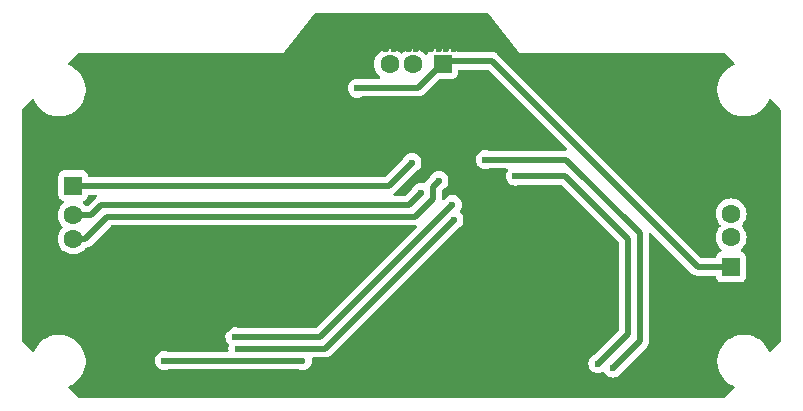
<source format=gbl>
G04 #@! TF.GenerationSoftware,KiCad,Pcbnew,8.0.5*
G04 #@! TF.CreationDate,2024-09-26T10:19:01+02:00*
G04 #@! TF.ProjectId,BL-R8812AF1 2x mount,424c2d52-3838-4313-9241-463120327820,rev?*
G04 #@! TF.SameCoordinates,Original*
G04 #@! TF.FileFunction,Copper,L2,Bot*
G04 #@! TF.FilePolarity,Positive*
%FSLAX46Y46*%
G04 Gerber Fmt 4.6, Leading zero omitted, Abs format (unit mm)*
G04 Created by KiCad (PCBNEW 8.0.5) date 2024-09-26 10:19:01*
%MOMM*%
%LPD*%
G01*
G04 APERTURE LIST*
G04 #@! TA.AperFunction,ComponentPad*
%ADD10C,4.000000*%
G04 #@! TD*
G04 #@! TA.AperFunction,ComponentPad*
%ADD11R,1.600000X1.500000*%
G04 #@! TD*
G04 #@! TA.AperFunction,ComponentPad*
%ADD12C,1.600000*%
G04 #@! TD*
G04 #@! TA.AperFunction,ComponentPad*
%ADD13C,3.000000*%
G04 #@! TD*
G04 #@! TA.AperFunction,ComponentPad*
%ADD14R,1.500000X1.600000*%
G04 #@! TD*
G04 #@! TA.AperFunction,ViaPad*
%ADD15C,0.600000*%
G04 #@! TD*
G04 #@! TA.AperFunction,Conductor*
%ADD16C,0.500000*%
G04 #@! TD*
G04 APERTURE END LIST*
D10*
X105758000Y-90899000D03*
X111158000Y-90899000D03*
X105758000Y-96299000D03*
X111158000Y-96299000D03*
X137762000Y-90899000D03*
X143162000Y-90899000D03*
X137762000Y-96299000D03*
X143162000Y-96299000D03*
D11*
X130500000Y-75227000D03*
D12*
X128000000Y-75227000D03*
X126000000Y-75227000D03*
X123500000Y-75227000D03*
D13*
X133570000Y-72517000D03*
X120430000Y-72517000D03*
X157624000Y-82330000D03*
X157624000Y-95470000D03*
D12*
X154914000Y-85400000D03*
X154914000Y-87900000D03*
X154914000Y-89900000D03*
D14*
X154914000Y-92400000D03*
D13*
X96503000Y-95597000D03*
X96503000Y-82457000D03*
D12*
X99213000Y-92527000D03*
X99213000Y-90027000D03*
X99213000Y-88027000D03*
D14*
X99213000Y-85527000D03*
D15*
X117729000Y-73914000D03*
X136271000Y-73914000D03*
X118364000Y-73914000D03*
X118999000Y-73914000D03*
X121920000Y-73914000D03*
X122555000Y-73914000D03*
X123190000Y-73914000D03*
X123825000Y-73914000D03*
X124460000Y-73914000D03*
X125095000Y-73914000D03*
X125730000Y-73914000D03*
X126365000Y-73914000D03*
X135636000Y-73914000D03*
X135001000Y-73914000D03*
X132080000Y-73914000D03*
X131445000Y-73914000D03*
X130810000Y-73914000D03*
X130175000Y-73914000D03*
X129540000Y-73914000D03*
X128905000Y-73914000D03*
X128270000Y-73914000D03*
X127635000Y-73914000D03*
X127000000Y-73914000D03*
X128651000Y-79883000D03*
X125476000Y-96393000D03*
X132080000Y-99822000D03*
X118491000Y-101854000D03*
X136652000Y-84709000D03*
X134112000Y-83312000D03*
X143637000Y-100584000D03*
X106934000Y-100330000D03*
X118618000Y-100330000D03*
X112903000Y-98298000D03*
X113157000Y-99314000D03*
X131445000Y-88392000D03*
X128651000Y-86106000D03*
X130175000Y-85090000D03*
X131318000Y-87122000D03*
X127889000Y-83566000D03*
X123253500Y-77279500D03*
X144907000Y-100965000D03*
D16*
X120142000Y-98298000D02*
X112903000Y-98298000D01*
X131318000Y-87122000D02*
X120142000Y-98298000D01*
X130500000Y-75113000D02*
X130500000Y-74956000D01*
X128397000Y-77216000D02*
X130500000Y-75113000D01*
X123253500Y-77279500D02*
X123317000Y-77216000D01*
X123317000Y-77216000D02*
X128397000Y-77216000D01*
X102108000Y-88138000D02*
X100219000Y-90027000D01*
X128143000Y-88138000D02*
X102108000Y-88138000D01*
X100219000Y-90027000D02*
X99213000Y-90027000D01*
X129667000Y-86614000D02*
X128143000Y-88138000D01*
X129667000Y-85598000D02*
X129667000Y-86614000D01*
X130175000Y-85090000D02*
X129667000Y-85598000D01*
X127635000Y-87122000D02*
X128651000Y-86106000D01*
X101600000Y-87122000D02*
X127635000Y-87122000D01*
X99213000Y-88027000D02*
X100695000Y-88027000D01*
X100695000Y-88027000D02*
X101600000Y-87122000D01*
X140970000Y-83312000D02*
X134112000Y-83312000D01*
X147193000Y-89535000D02*
X140970000Y-83312000D01*
X144907000Y-100965000D02*
X147193000Y-98679000D01*
X147193000Y-98679000D02*
X147193000Y-89535000D01*
X134646000Y-74956000D02*
X130500000Y-74956000D01*
X152090000Y-92400000D02*
X134646000Y-74956000D01*
X154914000Y-92400000D02*
X152090000Y-92400000D01*
X140843000Y-84709000D02*
X136652000Y-84709000D01*
X146177000Y-90043000D02*
X140843000Y-84709000D01*
X146177000Y-98044000D02*
X146177000Y-90043000D01*
X143637000Y-100584000D02*
X146177000Y-98044000D01*
X118618000Y-100330000D02*
X106934000Y-100330000D01*
X125928000Y-85527000D02*
X99213000Y-85527000D01*
X127889000Y-83566000D02*
X125928000Y-85527000D01*
X120523000Y-99314000D02*
X113157000Y-99314000D01*
X131445000Y-88392000D02*
X120523000Y-99314000D01*
G04 #@! TA.AperFunction,Conductor*
G36*
X134320518Y-70885185D02*
G01*
X134351304Y-70913301D01*
X136781448Y-74033204D01*
X136838368Y-74106279D01*
X136847930Y-74120479D01*
X136855521Y-74133628D01*
X136855525Y-74133633D01*
X136868860Y-74146968D01*
X136879003Y-74158449D01*
X136890598Y-74173334D01*
X136890600Y-74173337D01*
X136902720Y-74182498D01*
X136915629Y-74193737D01*
X136926368Y-74204476D01*
X136942702Y-74213906D01*
X136955474Y-74222374D01*
X136970519Y-74233746D01*
X136970522Y-74233747D01*
X136970524Y-74233749D01*
X136984600Y-74239460D01*
X136999982Y-74246977D01*
X137013127Y-74254566D01*
X137013133Y-74254569D01*
X137031355Y-74259451D01*
X137045866Y-74264318D01*
X137063361Y-74271417D01*
X137078442Y-74273291D01*
X137095232Y-74276567D01*
X137109906Y-74280500D01*
X137128774Y-74280500D01*
X137144066Y-74281446D01*
X137150392Y-74282232D01*
X137162782Y-74283773D01*
X137162782Y-74283772D01*
X137162784Y-74283773D01*
X137177823Y-74281681D01*
X137194901Y-74280500D01*
X154291030Y-74280500D01*
X154358069Y-74300185D01*
X154378711Y-74316819D01*
X155180031Y-75118139D01*
X155213516Y-75179462D01*
X155208532Y-75249154D01*
X155166660Y-75305087D01*
X155139803Y-75320381D01*
X155002499Y-75377254D01*
X155002489Y-75377258D01*
X154747006Y-75524761D01*
X154512959Y-75704352D01*
X154512952Y-75704358D01*
X154304358Y-75912952D01*
X154304352Y-75912959D01*
X154124761Y-76147006D01*
X153977258Y-76402489D01*
X153977254Y-76402499D01*
X153864364Y-76675038D01*
X153864361Y-76675048D01*
X153836980Y-76777238D01*
X153788008Y-76960004D01*
X153788006Y-76960015D01*
X153749500Y-77252486D01*
X153749500Y-77547513D01*
X153780341Y-77781762D01*
X153788007Y-77839993D01*
X153864361Y-78124951D01*
X153864364Y-78124961D01*
X153977254Y-78397500D01*
X153977258Y-78397510D01*
X154124761Y-78652993D01*
X154304352Y-78887040D01*
X154304358Y-78887047D01*
X154512952Y-79095641D01*
X154512959Y-79095647D01*
X154747006Y-79275238D01*
X155002489Y-79422741D01*
X155002490Y-79422741D01*
X155002493Y-79422743D01*
X155275048Y-79535639D01*
X155560007Y-79611993D01*
X155852494Y-79650500D01*
X155852501Y-79650500D01*
X156147499Y-79650500D01*
X156147506Y-79650500D01*
X156439993Y-79611993D01*
X156724952Y-79535639D01*
X156997507Y-79422743D01*
X157252994Y-79275238D01*
X157487042Y-79095646D01*
X157695646Y-78887042D01*
X157875238Y-78652994D01*
X158022743Y-78397507D01*
X158079619Y-78260195D01*
X158123458Y-78205793D01*
X158189752Y-78183728D01*
X158257452Y-78201007D01*
X158281860Y-78219968D01*
X159083181Y-79021289D01*
X159116666Y-79082612D01*
X159119500Y-79108970D01*
X159119500Y-98691029D01*
X159099815Y-98758068D01*
X159083181Y-98778710D01*
X158281860Y-99580030D01*
X158220537Y-99613515D01*
X158150845Y-99608531D01*
X158094912Y-99566659D01*
X158079618Y-99539801D01*
X158022748Y-99402504D01*
X158022741Y-99402489D01*
X157875238Y-99147006D01*
X157695647Y-98912959D01*
X157695641Y-98912952D01*
X157487047Y-98704358D01*
X157487040Y-98704352D01*
X157252993Y-98524761D01*
X156997510Y-98377258D01*
X156997500Y-98377254D01*
X156724961Y-98264364D01*
X156724954Y-98264362D01*
X156724952Y-98264361D01*
X156439993Y-98188007D01*
X156391113Y-98181571D01*
X156147513Y-98149500D01*
X156147506Y-98149500D01*
X155852494Y-98149500D01*
X155852486Y-98149500D01*
X155574085Y-98186153D01*
X155560007Y-98188007D01*
X155275048Y-98264361D01*
X155275038Y-98264364D01*
X155002499Y-98377254D01*
X155002489Y-98377258D01*
X154747006Y-98524761D01*
X154512959Y-98704352D01*
X154512952Y-98704358D01*
X154304358Y-98912952D01*
X154304352Y-98912959D01*
X154124761Y-99147006D01*
X153977258Y-99402489D01*
X153977254Y-99402499D01*
X153864364Y-99675038D01*
X153864361Y-99675048D01*
X153792346Y-99943816D01*
X153788008Y-99960004D01*
X153788006Y-99960015D01*
X153749500Y-100252486D01*
X153749500Y-100547513D01*
X153770741Y-100708849D01*
X153788007Y-100839993D01*
X153864361Y-101124951D01*
X153864364Y-101124961D01*
X153977254Y-101397500D01*
X153977258Y-101397510D01*
X154124761Y-101652993D01*
X154304352Y-101887040D01*
X154304358Y-101887047D01*
X154512952Y-102095641D01*
X154512959Y-102095647D01*
X154747006Y-102275238D01*
X155002489Y-102422741D01*
X155002504Y-102422748D01*
X155139801Y-102479618D01*
X155194205Y-102523459D01*
X155216270Y-102589753D01*
X155198991Y-102657452D01*
X155180030Y-102681860D01*
X154378711Y-103483181D01*
X154317388Y-103516666D01*
X154291030Y-103519500D01*
X99708970Y-103519500D01*
X99641931Y-103499815D01*
X99621289Y-103483181D01*
X98819968Y-102681860D01*
X98786483Y-102620537D01*
X98791467Y-102550845D01*
X98833339Y-102494912D01*
X98860192Y-102479620D01*
X98997507Y-102422743D01*
X99252994Y-102275238D01*
X99487042Y-102095646D01*
X99695646Y-101887042D01*
X99875238Y-101652994D01*
X100022743Y-101397507D01*
X100135639Y-101124952D01*
X100211993Y-100839993D01*
X100250500Y-100547506D01*
X100250500Y-100252494D01*
X100211993Y-99960007D01*
X100135639Y-99675048D01*
X100022743Y-99402493D01*
X99971653Y-99314003D01*
X99875238Y-99147006D01*
X99695647Y-98912959D01*
X99695641Y-98912952D01*
X99487047Y-98704358D01*
X99487040Y-98704352D01*
X99252993Y-98524761D01*
X98997510Y-98377258D01*
X98997500Y-98377254D01*
X98724961Y-98264364D01*
X98724954Y-98264362D01*
X98724952Y-98264361D01*
X98439993Y-98188007D01*
X98391113Y-98181571D01*
X98147513Y-98149500D01*
X98147506Y-98149500D01*
X97852494Y-98149500D01*
X97852486Y-98149500D01*
X97574085Y-98186153D01*
X97560007Y-98188007D01*
X97275048Y-98264361D01*
X97275038Y-98264364D01*
X97002499Y-98377254D01*
X97002489Y-98377258D01*
X96747006Y-98524761D01*
X96512959Y-98704352D01*
X96512952Y-98704358D01*
X96304358Y-98912952D01*
X96304352Y-98912959D01*
X96124761Y-99147006D01*
X95977258Y-99402489D01*
X95977254Y-99402499D01*
X95920381Y-99539803D01*
X95876540Y-99594206D01*
X95810246Y-99616271D01*
X95742546Y-99598992D01*
X95718139Y-99580031D01*
X94916819Y-98778711D01*
X94883334Y-98717388D01*
X94880500Y-98691030D01*
X94880500Y-88026998D01*
X97907532Y-88026998D01*
X97907532Y-88027001D01*
X97927364Y-88253686D01*
X97927366Y-88253697D01*
X97986258Y-88473488D01*
X97986261Y-88473497D01*
X98082431Y-88679732D01*
X98082432Y-88679734D01*
X98212954Y-88866141D01*
X98286132Y-88939319D01*
X98319617Y-89000642D01*
X98314633Y-89070334D01*
X98286132Y-89114681D01*
X98212954Y-89187858D01*
X98082432Y-89374265D01*
X98082431Y-89374267D01*
X97986261Y-89580502D01*
X97986258Y-89580511D01*
X97927366Y-89800302D01*
X97927364Y-89800313D01*
X97907532Y-90026998D01*
X97907532Y-90027001D01*
X97927364Y-90253686D01*
X97927366Y-90253697D01*
X97986258Y-90473488D01*
X97986261Y-90473497D01*
X98082431Y-90679732D01*
X98082432Y-90679734D01*
X98212954Y-90866141D01*
X98373858Y-91027045D01*
X98420693Y-91059839D01*
X98560266Y-91157568D01*
X98766504Y-91253739D01*
X98986308Y-91312635D01*
X99148230Y-91326801D01*
X99212998Y-91332468D01*
X99213000Y-91332468D01*
X99213002Y-91332468D01*
X99269673Y-91327509D01*
X99439692Y-91312635D01*
X99659496Y-91253739D01*
X99865734Y-91157568D01*
X100052139Y-91027047D01*
X100213047Y-90866139D01*
X100243674Y-90822397D01*
X100298249Y-90778772D01*
X100321056Y-90771902D01*
X100437913Y-90748658D01*
X100574495Y-90692084D01*
X100623729Y-90659186D01*
X100697416Y-90609952D01*
X102382548Y-88924818D01*
X102443871Y-88891334D01*
X102470229Y-88888500D01*
X128190769Y-88888500D01*
X128257808Y-88908185D01*
X128303563Y-88960989D01*
X128313507Y-89030147D01*
X128284482Y-89093703D01*
X128278450Y-89100181D01*
X119867451Y-97511181D01*
X119806128Y-97544666D01*
X119779770Y-97547500D01*
X113202972Y-97547500D01*
X113162017Y-97540542D01*
X113082254Y-97512631D01*
X113082249Y-97512630D01*
X112903004Y-97492435D01*
X112902996Y-97492435D01*
X112723750Y-97512630D01*
X112723745Y-97512631D01*
X112553476Y-97572211D01*
X112400737Y-97668184D01*
X112273184Y-97795737D01*
X112177211Y-97948476D01*
X112117631Y-98118745D01*
X112117630Y-98118750D01*
X112097435Y-98297996D01*
X112097435Y-98298003D01*
X112117630Y-98477249D01*
X112117631Y-98477254D01*
X112177211Y-98647523D01*
X112273184Y-98800262D01*
X112377721Y-98904799D01*
X112411206Y-98966122D01*
X112407081Y-99033435D01*
X112371633Y-99134737D01*
X112371630Y-99134750D01*
X112351435Y-99313996D01*
X112351435Y-99314003D01*
X112365813Y-99441617D01*
X112353758Y-99510439D01*
X112306409Y-99561818D01*
X112242593Y-99579500D01*
X107233972Y-99579500D01*
X107193017Y-99572542D01*
X107113254Y-99544631D01*
X107113249Y-99544630D01*
X106934004Y-99524435D01*
X106933996Y-99524435D01*
X106754750Y-99544630D01*
X106754745Y-99544631D01*
X106584476Y-99604211D01*
X106431737Y-99700184D01*
X106304184Y-99827737D01*
X106208211Y-99980476D01*
X106148631Y-100150745D01*
X106148630Y-100150750D01*
X106128435Y-100329996D01*
X106128435Y-100330003D01*
X106148630Y-100509249D01*
X106148631Y-100509254D01*
X106208211Y-100679523D01*
X106226638Y-100708849D01*
X106304184Y-100832262D01*
X106431738Y-100959816D01*
X106584478Y-101055789D01*
X106655098Y-101080500D01*
X106754745Y-101115368D01*
X106754750Y-101115369D01*
X106933996Y-101135565D01*
X106934000Y-101135565D01*
X106934004Y-101135565D01*
X107113249Y-101115369D01*
X107113252Y-101115368D01*
X107113255Y-101115368D01*
X107193017Y-101087457D01*
X107233972Y-101080500D01*
X118318028Y-101080500D01*
X118358983Y-101087458D01*
X118438745Y-101115368D01*
X118438750Y-101115369D01*
X118617996Y-101135565D01*
X118618000Y-101135565D01*
X118618004Y-101135565D01*
X118797249Y-101115369D01*
X118797252Y-101115368D01*
X118797255Y-101115368D01*
X118967522Y-101055789D01*
X119120262Y-100959816D01*
X119247816Y-100832262D01*
X119343789Y-100679522D01*
X119403368Y-100509255D01*
X119415143Y-100404750D01*
X119423565Y-100330003D01*
X119423565Y-100329996D01*
X119409187Y-100202383D01*
X119421242Y-100133561D01*
X119468591Y-100082182D01*
X119532407Y-100064500D01*
X120596920Y-100064500D01*
X120694462Y-100045096D01*
X120741913Y-100035658D01*
X120875130Y-99980478D01*
X120878488Y-99979087D01*
X120878488Y-99979086D01*
X120878495Y-99979084D01*
X120931277Y-99943816D01*
X121001416Y-99896952D01*
X131753059Y-89145306D01*
X131789132Y-89122657D01*
X131788244Y-89120813D01*
X131794515Y-89117792D01*
X131794516Y-89117790D01*
X131794522Y-89117789D01*
X131947262Y-89021816D01*
X132074816Y-88894262D01*
X132170789Y-88741522D01*
X132230368Y-88571255D01*
X132250565Y-88392000D01*
X132245438Y-88346497D01*
X132230369Y-88212750D01*
X132230368Y-88212745D01*
X132170789Y-88042478D01*
X132074816Y-87889738D01*
X131964304Y-87779226D01*
X131930819Y-87717903D01*
X131935803Y-87648211D01*
X131946992Y-87625572D01*
X131947813Y-87624264D01*
X131947816Y-87624262D01*
X132043789Y-87471522D01*
X132103368Y-87301255D01*
X132103369Y-87301249D01*
X132123565Y-87122003D01*
X132123565Y-87121996D01*
X132103369Y-86942750D01*
X132103368Y-86942745D01*
X132063042Y-86827500D01*
X132043789Y-86772478D01*
X132042733Y-86770798D01*
X131947815Y-86619737D01*
X131820262Y-86492184D01*
X131667523Y-86396211D01*
X131497254Y-86336631D01*
X131497249Y-86336630D01*
X131318004Y-86316435D01*
X131317996Y-86316435D01*
X131138750Y-86336630D01*
X131138745Y-86336631D01*
X130968476Y-86396211D01*
X130815737Y-86492184D01*
X130688184Y-86619737D01*
X130646494Y-86686087D01*
X130594159Y-86732378D01*
X130525105Y-86743026D01*
X130461257Y-86714651D01*
X130422885Y-86656261D01*
X130417500Y-86620115D01*
X130417500Y-85960229D01*
X130437185Y-85893190D01*
X130453812Y-85872554D01*
X130483062Y-85843304D01*
X130519134Y-85820650D01*
X130518248Y-85818810D01*
X130524510Y-85815792D01*
X130524522Y-85815789D01*
X130677262Y-85719816D01*
X130804816Y-85592262D01*
X130900789Y-85439522D01*
X130960368Y-85269255D01*
X130961985Y-85254903D01*
X130980565Y-85090003D01*
X130980565Y-85089996D01*
X130960369Y-84910750D01*
X130960368Y-84910745D01*
X130915296Y-84781937D01*
X130900789Y-84740478D01*
X130900602Y-84740181D01*
X130804815Y-84587737D01*
X130677262Y-84460184D01*
X130524523Y-84364211D01*
X130354254Y-84304631D01*
X130354249Y-84304630D01*
X130175004Y-84284435D01*
X130174996Y-84284435D01*
X129995750Y-84304630D01*
X129995745Y-84304631D01*
X129825476Y-84364211D01*
X129672737Y-84460184D01*
X129545184Y-84587737D01*
X129449212Y-84740475D01*
X129446191Y-84746750D01*
X129444370Y-84745873D01*
X129421693Y-84781937D01*
X129084047Y-85119584D01*
X129084045Y-85119586D01*
X129049358Y-85171503D01*
X129049356Y-85171506D01*
X129001919Y-85242499D01*
X129001912Y-85242512D01*
X128996779Y-85254903D01*
X128952935Y-85309303D01*
X128886639Y-85331364D01*
X128841268Y-85324485D01*
X128830254Y-85320631D01*
X128651004Y-85300435D01*
X128650996Y-85300435D01*
X128471750Y-85320630D01*
X128471745Y-85320631D01*
X128301476Y-85380211D01*
X128148737Y-85476184D01*
X128021184Y-85603737D01*
X127925211Y-85756478D01*
X127922188Y-85762756D01*
X127920362Y-85761876D01*
X127897693Y-85797937D01*
X127360451Y-86335181D01*
X127299128Y-86368666D01*
X127272770Y-86371500D01*
X126423753Y-86371500D01*
X126356714Y-86351815D01*
X126310959Y-86299011D01*
X126301015Y-86229853D01*
X126330040Y-86166297D01*
X126354863Y-86144397D01*
X126406416Y-86109952D01*
X128197061Y-84319305D01*
X128233134Y-84296655D01*
X128232246Y-84294811D01*
X128238518Y-84291790D01*
X128238522Y-84291789D01*
X128391262Y-84195816D01*
X128518816Y-84068262D01*
X128614789Y-83915522D01*
X128674368Y-83745255D01*
X128674369Y-83745249D01*
X128694565Y-83566003D01*
X128694565Y-83565996D01*
X128674369Y-83386750D01*
X128674368Y-83386745D01*
X128648215Y-83312003D01*
X128614789Y-83216478D01*
X128518816Y-83063738D01*
X128391262Y-82936184D01*
X128238523Y-82840211D01*
X128068254Y-82780631D01*
X128068249Y-82780630D01*
X127889004Y-82760435D01*
X127888996Y-82760435D01*
X127709750Y-82780630D01*
X127709745Y-82780631D01*
X127539476Y-82840211D01*
X127386737Y-82936184D01*
X127259184Y-83063737D01*
X127163211Y-83216478D01*
X127160188Y-83222756D01*
X127158362Y-83221876D01*
X127135693Y-83257937D01*
X125653451Y-84740181D01*
X125592128Y-84773666D01*
X125565770Y-84776500D01*
X100585351Y-84776500D01*
X100518312Y-84756815D01*
X100472557Y-84704011D01*
X100462061Y-84665752D01*
X100457091Y-84619516D01*
X100406797Y-84484671D01*
X100406793Y-84484664D01*
X100320547Y-84369455D01*
X100320544Y-84369452D01*
X100205335Y-84283206D01*
X100205328Y-84283202D01*
X100070482Y-84232908D01*
X100070483Y-84232908D01*
X100010883Y-84226501D01*
X100010881Y-84226500D01*
X100010873Y-84226500D01*
X100010864Y-84226500D01*
X98415129Y-84226500D01*
X98415123Y-84226501D01*
X98355516Y-84232908D01*
X98220671Y-84283202D01*
X98220664Y-84283206D01*
X98105455Y-84369452D01*
X98105452Y-84369455D01*
X98019206Y-84484664D01*
X98019202Y-84484671D01*
X97968908Y-84619517D01*
X97962501Y-84679116D01*
X97962500Y-84679135D01*
X97962500Y-86374870D01*
X97962501Y-86374876D01*
X97968908Y-86434483D01*
X98019202Y-86569328D01*
X98019206Y-86569335D01*
X98105452Y-86684544D01*
X98105455Y-86684547D01*
X98220664Y-86770793D01*
X98220671Y-86770797D01*
X98338655Y-86814802D01*
X98394589Y-86856673D01*
X98419006Y-86922137D01*
X98404155Y-86990410D01*
X98377508Y-87022943D01*
X98377689Y-87023124D01*
X98375878Y-87024934D01*
X98375028Y-87025973D01*
X98373859Y-87026953D01*
X98212954Y-87187858D01*
X98082432Y-87374265D01*
X98082431Y-87374267D01*
X97986261Y-87580502D01*
X97986258Y-87580511D01*
X97927366Y-87800302D01*
X97927364Y-87800313D01*
X97907532Y-88026998D01*
X94880500Y-88026998D01*
X94880500Y-79108969D01*
X94900185Y-79041930D01*
X94916815Y-79021292D01*
X95718140Y-78219966D01*
X95779461Y-78186483D01*
X95849152Y-78191467D01*
X95905086Y-78233339D01*
X95920380Y-78260196D01*
X95977253Y-78397500D01*
X95977258Y-78397510D01*
X96124761Y-78652993D01*
X96304352Y-78887040D01*
X96304358Y-78887047D01*
X96512952Y-79095641D01*
X96512959Y-79095647D01*
X96747006Y-79275238D01*
X97002489Y-79422741D01*
X97002490Y-79422741D01*
X97002493Y-79422743D01*
X97275048Y-79535639D01*
X97560007Y-79611993D01*
X97852494Y-79650500D01*
X97852501Y-79650500D01*
X98147499Y-79650500D01*
X98147506Y-79650500D01*
X98439993Y-79611993D01*
X98724952Y-79535639D01*
X98997507Y-79422743D01*
X99252994Y-79275238D01*
X99487042Y-79095646D01*
X99695646Y-78887042D01*
X99875238Y-78652994D01*
X100022743Y-78397507D01*
X100135639Y-78124952D01*
X100211993Y-77839993D01*
X100250500Y-77547506D01*
X100250500Y-77279496D01*
X122447935Y-77279496D01*
X122447935Y-77279503D01*
X122468130Y-77458749D01*
X122468131Y-77458754D01*
X122527711Y-77629023D01*
X122623684Y-77781762D01*
X122751238Y-77909316D01*
X122903978Y-78005289D01*
X123074245Y-78064868D01*
X123074250Y-78064869D01*
X123253496Y-78085065D01*
X123253500Y-78085065D01*
X123253504Y-78085065D01*
X123432749Y-78064869D01*
X123432752Y-78064868D01*
X123432755Y-78064868D01*
X123603022Y-78005289D01*
X123634505Y-77985507D01*
X123700478Y-77966500D01*
X128470920Y-77966500D01*
X128568462Y-77947096D01*
X128615913Y-77937658D01*
X128752495Y-77881084D01*
X128813992Y-77839993D01*
X128875416Y-77798952D01*
X130160548Y-76513817D01*
X130221871Y-76480333D01*
X130248229Y-76477499D01*
X131347871Y-76477499D01*
X131347872Y-76477499D01*
X131407483Y-76471091D01*
X131542331Y-76420796D01*
X131657546Y-76334546D01*
X131743796Y-76219331D01*
X131794091Y-76084483D01*
X131800500Y-76024873D01*
X131800500Y-75830500D01*
X131820185Y-75763461D01*
X131872989Y-75717706D01*
X131924500Y-75706500D01*
X134283770Y-75706500D01*
X134350809Y-75726185D01*
X134371451Y-75742819D01*
X140978451Y-82349819D01*
X141011936Y-82411142D01*
X141006952Y-82480834D01*
X140965080Y-82536767D01*
X140899616Y-82561184D01*
X140890770Y-82561500D01*
X134411972Y-82561500D01*
X134371017Y-82554542D01*
X134291254Y-82526631D01*
X134291249Y-82526630D01*
X134112004Y-82506435D01*
X134111996Y-82506435D01*
X133932750Y-82526630D01*
X133932745Y-82526631D01*
X133762476Y-82586211D01*
X133609737Y-82682184D01*
X133482184Y-82809737D01*
X133386211Y-82962476D01*
X133326631Y-83132745D01*
X133326630Y-83132750D01*
X133306435Y-83311996D01*
X133306435Y-83312003D01*
X133326630Y-83491249D01*
X133326631Y-83491254D01*
X133386211Y-83661523D01*
X133438820Y-83745249D01*
X133482184Y-83814262D01*
X133609738Y-83941816D01*
X133762478Y-84037789D01*
X133932745Y-84097368D01*
X133932750Y-84097369D01*
X134111996Y-84117565D01*
X134112000Y-84117565D01*
X134112004Y-84117565D01*
X134291249Y-84097369D01*
X134291252Y-84097368D01*
X134291255Y-84097368D01*
X134371017Y-84069457D01*
X134411972Y-84062500D01*
X135888454Y-84062500D01*
X135955493Y-84082185D01*
X136001248Y-84134989D01*
X136011192Y-84204147D01*
X135993447Y-84252473D01*
X135926211Y-84359475D01*
X135866631Y-84529745D01*
X135866630Y-84529750D01*
X135846435Y-84708996D01*
X135846435Y-84709003D01*
X135866630Y-84888249D01*
X135866631Y-84888254D01*
X135926211Y-85058523D01*
X136022184Y-85211262D01*
X136149738Y-85338816D01*
X136302478Y-85434789D01*
X136472745Y-85494368D01*
X136472750Y-85494369D01*
X136651996Y-85514565D01*
X136652000Y-85514565D01*
X136652004Y-85514565D01*
X136831249Y-85494369D01*
X136831252Y-85494368D01*
X136831255Y-85494368D01*
X136911017Y-85466457D01*
X136951972Y-85459500D01*
X140480770Y-85459500D01*
X140547809Y-85479185D01*
X140568451Y-85495819D01*
X145390181Y-90317548D01*
X145423666Y-90378871D01*
X145426500Y-90405229D01*
X145426500Y-97681769D01*
X145406815Y-97748808D01*
X145390181Y-97769450D01*
X143328937Y-99830693D01*
X143292873Y-99853370D01*
X143293750Y-99855191D01*
X143287475Y-99858212D01*
X143134737Y-99954184D01*
X143007184Y-100081737D01*
X142911211Y-100234476D01*
X142851631Y-100404745D01*
X142851630Y-100404750D01*
X142831435Y-100583996D01*
X142831435Y-100584003D01*
X142851630Y-100763249D01*
X142851631Y-100763254D01*
X142911211Y-100933523D01*
X143003563Y-101080500D01*
X143007184Y-101086262D01*
X143134738Y-101213816D01*
X143224784Y-101270396D01*
X143287474Y-101309787D01*
X143287478Y-101309789D01*
X143340717Y-101328418D01*
X143457745Y-101369368D01*
X143457750Y-101369369D01*
X143636996Y-101389565D01*
X143637000Y-101389565D01*
X143637004Y-101389565D01*
X143816249Y-101369369D01*
X143816252Y-101369368D01*
X143816255Y-101369368D01*
X143986522Y-101309789D01*
X144018974Y-101289397D01*
X144086210Y-101270396D01*
X144153046Y-101290762D01*
X144189942Y-101328418D01*
X144233354Y-101397507D01*
X144277184Y-101467262D01*
X144404738Y-101594816D01*
X144557478Y-101690789D01*
X144727745Y-101750368D01*
X144727750Y-101750369D01*
X144906996Y-101770565D01*
X144907000Y-101770565D01*
X144907004Y-101770565D01*
X145086249Y-101750369D01*
X145086252Y-101750368D01*
X145086255Y-101750368D01*
X145256522Y-101690789D01*
X145409262Y-101594816D01*
X145536816Y-101467262D01*
X145632789Y-101314522D01*
X145632792Y-101314510D01*
X145635810Y-101308248D01*
X145637650Y-101309134D01*
X145660305Y-101273061D01*
X147775951Y-99157416D01*
X147858084Y-99034495D01*
X147914658Y-98897913D01*
X147924207Y-98849906D01*
X147943500Y-98752920D01*
X147943500Y-89614229D01*
X147963185Y-89547190D01*
X148015989Y-89501435D01*
X148085147Y-89491491D01*
X148148703Y-89520516D01*
X148155181Y-89526548D01*
X151507048Y-92878415D01*
X151507049Y-92878416D01*
X151611584Y-92982951D01*
X151611585Y-92982952D01*
X151734498Y-93065080D01*
X151734511Y-93065087D01*
X151871082Y-93121656D01*
X151871087Y-93121658D01*
X151871091Y-93121658D01*
X151871092Y-93121659D01*
X152016079Y-93150500D01*
X152016082Y-93150500D01*
X153541649Y-93150500D01*
X153608688Y-93170185D01*
X153654443Y-93222989D01*
X153664939Y-93261248D01*
X153669908Y-93307483D01*
X153720202Y-93442328D01*
X153720206Y-93442335D01*
X153806452Y-93557544D01*
X153806455Y-93557547D01*
X153921664Y-93643793D01*
X153921671Y-93643797D01*
X154056517Y-93694091D01*
X154056516Y-93694091D01*
X154063444Y-93694835D01*
X154116127Y-93700500D01*
X155711872Y-93700499D01*
X155771483Y-93694091D01*
X155906331Y-93643796D01*
X156021546Y-93557546D01*
X156107796Y-93442331D01*
X156158091Y-93307483D01*
X156164500Y-93247873D01*
X156164499Y-91552128D01*
X156158091Y-91492517D01*
X156107796Y-91357669D01*
X156107795Y-91357668D01*
X156107793Y-91357664D01*
X156021547Y-91242455D01*
X156021544Y-91242452D01*
X155906335Y-91156206D01*
X155906328Y-91156202D01*
X155788344Y-91112197D01*
X155732410Y-91070326D01*
X155707993Y-91004861D01*
X155722845Y-90936588D01*
X155749493Y-90904058D01*
X155749311Y-90903876D01*
X155751142Y-90902044D01*
X155751990Y-90901010D01*
X155753127Y-90900055D01*
X155753139Y-90900047D01*
X155914047Y-90739139D01*
X156044568Y-90552734D01*
X156140739Y-90346496D01*
X156199635Y-90126692D01*
X156219468Y-89900000D01*
X156199635Y-89673308D01*
X156140739Y-89453504D01*
X156044568Y-89247266D01*
X155957317Y-89122657D01*
X155914048Y-89060862D01*
X155880186Y-89027000D01*
X155840865Y-88987679D01*
X155807382Y-88926359D01*
X155812366Y-88856667D01*
X155840865Y-88812320D01*
X155914047Y-88739139D01*
X156044568Y-88552734D01*
X156140739Y-88346496D01*
X156199635Y-88126692D01*
X156219468Y-87900000D01*
X156199635Y-87673308D01*
X156154916Y-87506415D01*
X156140741Y-87453511D01*
X156140738Y-87453502D01*
X156103789Y-87374265D01*
X156044568Y-87247266D01*
X155914047Y-87060861D01*
X155914045Y-87060858D01*
X155753141Y-86899954D01*
X155566734Y-86769432D01*
X155566732Y-86769431D01*
X155360497Y-86673261D01*
X155360488Y-86673258D01*
X155140697Y-86614366D01*
X155140693Y-86614365D01*
X155140692Y-86614365D01*
X155140691Y-86614364D01*
X155140686Y-86614364D01*
X154914002Y-86594532D01*
X154913998Y-86594532D01*
X154687313Y-86614364D01*
X154687302Y-86614366D01*
X154467511Y-86673258D01*
X154467502Y-86673261D01*
X154261267Y-86769431D01*
X154261265Y-86769432D01*
X154074858Y-86899954D01*
X153913954Y-87060858D01*
X153783432Y-87247265D01*
X153783431Y-87247267D01*
X153687261Y-87453502D01*
X153687258Y-87453511D01*
X153628366Y-87673302D01*
X153628364Y-87673313D01*
X153608532Y-87899998D01*
X153608532Y-87900001D01*
X153628364Y-88126686D01*
X153628366Y-88126697D01*
X153687258Y-88346488D01*
X153687261Y-88346497D01*
X153783431Y-88552732D01*
X153783432Y-88552734D01*
X153913954Y-88739141D01*
X153987132Y-88812319D01*
X154020617Y-88873642D01*
X154015633Y-88943334D01*
X153987132Y-88987681D01*
X153913954Y-89060858D01*
X153783432Y-89247265D01*
X153783431Y-89247267D01*
X153687261Y-89453502D01*
X153687258Y-89453511D01*
X153628366Y-89673302D01*
X153628364Y-89673313D01*
X153608532Y-89899998D01*
X153608532Y-89900001D01*
X153628364Y-90126686D01*
X153628366Y-90126697D01*
X153687258Y-90346488D01*
X153687261Y-90346497D01*
X153783431Y-90552732D01*
X153783432Y-90552734D01*
X153913954Y-90739141D01*
X154074856Y-90900043D01*
X154076017Y-90901017D01*
X154076389Y-90901576D01*
X154078689Y-90903876D01*
X154078227Y-90904337D01*
X154114726Y-90959184D01*
X154115842Y-91029045D01*
X154079011Y-91088419D01*
X154039656Y-91112197D01*
X153921669Y-91156203D01*
X153921664Y-91156206D01*
X153806455Y-91242452D01*
X153806452Y-91242455D01*
X153720206Y-91357664D01*
X153720202Y-91357671D01*
X153669910Y-91492513D01*
X153669909Y-91492517D01*
X153664937Y-91538757D01*
X153638201Y-91603306D01*
X153580809Y-91643154D01*
X153541649Y-91649500D01*
X152452229Y-91649500D01*
X152385190Y-91629815D01*
X152364548Y-91613181D01*
X135124421Y-74373052D01*
X135124414Y-74373046D01*
X135050729Y-74323812D01*
X135050729Y-74323813D01*
X135001491Y-74290913D01*
X134864917Y-74234343D01*
X134864907Y-74234340D01*
X134719920Y-74205500D01*
X134719918Y-74205500D01*
X131784029Y-74205500D01*
X131716990Y-74185815D01*
X131684764Y-74155813D01*
X131657546Y-74119454D01*
X131657544Y-74119452D01*
X131657543Y-74119451D01*
X131542335Y-74033206D01*
X131542328Y-74033202D01*
X131407482Y-73982908D01*
X131407483Y-73982908D01*
X131347883Y-73976501D01*
X131347881Y-73976500D01*
X131347873Y-73976500D01*
X131347864Y-73976500D01*
X129652129Y-73976500D01*
X129652123Y-73976501D01*
X129592516Y-73982908D01*
X129457671Y-74033202D01*
X129457664Y-74033206D01*
X129342455Y-74119452D01*
X129342452Y-74119455D01*
X129256206Y-74234664D01*
X129256203Y-74234669D01*
X129212197Y-74352656D01*
X129170325Y-74408589D01*
X129104861Y-74433006D01*
X129036588Y-74418154D01*
X129004057Y-74391507D01*
X129003876Y-74391689D01*
X129002050Y-74389863D01*
X129001017Y-74389017D01*
X129000043Y-74387856D01*
X128839141Y-74226954D01*
X128652734Y-74096432D01*
X128652732Y-74096431D01*
X128446497Y-74000261D01*
X128446488Y-74000258D01*
X128226697Y-73941366D01*
X128226693Y-73941365D01*
X128226692Y-73941365D01*
X128226691Y-73941364D01*
X128226686Y-73941364D01*
X128000002Y-73921532D01*
X127999998Y-73921532D01*
X127773313Y-73941364D01*
X127773302Y-73941366D01*
X127553511Y-74000258D01*
X127553502Y-74000261D01*
X127347267Y-74096431D01*
X127347265Y-74096432D01*
X127160858Y-74226954D01*
X127087681Y-74300132D01*
X127026358Y-74333617D01*
X126956666Y-74328633D01*
X126912319Y-74300132D01*
X126839141Y-74226954D01*
X126652734Y-74096432D01*
X126652732Y-74096431D01*
X126446497Y-74000261D01*
X126446488Y-74000258D01*
X126226697Y-73941366D01*
X126226693Y-73941365D01*
X126226692Y-73941365D01*
X126226691Y-73941364D01*
X126226686Y-73941364D01*
X126000002Y-73921532D01*
X125999998Y-73921532D01*
X125773313Y-73941364D01*
X125773302Y-73941366D01*
X125553511Y-74000258D01*
X125553502Y-74000261D01*
X125347267Y-74096431D01*
X125347265Y-74096432D01*
X125160858Y-74226954D01*
X124999954Y-74387858D01*
X124869432Y-74574265D01*
X124869431Y-74574267D01*
X124773261Y-74780502D01*
X124773258Y-74780511D01*
X124714366Y-75000302D01*
X124714364Y-75000313D01*
X124694532Y-75226998D01*
X124694532Y-75227001D01*
X124714364Y-75453686D01*
X124714366Y-75453697D01*
X124773258Y-75673488D01*
X124773261Y-75673497D01*
X124869431Y-75879732D01*
X124869432Y-75879734D01*
X124999954Y-76066141D01*
X125160856Y-76227043D01*
X125160859Y-76227045D01*
X125160861Y-76227047D01*
X125179253Y-76239925D01*
X125222877Y-76294502D01*
X125230070Y-76364001D01*
X125198548Y-76426355D01*
X125138318Y-76461769D01*
X125108129Y-76465500D01*
X123243079Y-76465500D01*
X123214976Y-76471090D01*
X123214974Y-76471091D01*
X123136773Y-76486645D01*
X123126470Y-76488247D01*
X123074247Y-76494131D01*
X123074244Y-76494132D01*
X122903978Y-76553710D01*
X122751237Y-76649684D01*
X122623684Y-76777237D01*
X122527711Y-76929976D01*
X122468131Y-77100245D01*
X122468130Y-77100250D01*
X122447935Y-77279496D01*
X100250500Y-77279496D01*
X100250500Y-77252494D01*
X100211993Y-76960007D01*
X100135639Y-76675048D01*
X100022743Y-76402493D01*
X99983514Y-76334547D01*
X99875238Y-76147006D01*
X99695647Y-75912959D01*
X99695641Y-75912952D01*
X99487047Y-75704358D01*
X99487040Y-75704352D01*
X99252993Y-75524761D01*
X98997510Y-75377258D01*
X98997500Y-75377253D01*
X98860196Y-75320380D01*
X98805793Y-75276539D01*
X98783728Y-75210244D01*
X98801007Y-75142545D01*
X98819964Y-75118142D01*
X99621122Y-74316984D01*
X99682443Y-74283501D01*
X99708896Y-74280667D01*
X116805492Y-74294471D01*
X116822221Y-74295618D01*
X116837976Y-74297778D01*
X116856001Y-74295501D01*
X116871627Y-74294525D01*
X116889699Y-74294539D01*
X116889785Y-74294540D01*
X116889785Y-74294539D01*
X116889787Y-74294540D01*
X116905144Y-74290437D01*
X116921603Y-74287215D01*
X116937375Y-74285224D01*
X116954188Y-74278362D01*
X116969039Y-74273371D01*
X116986581Y-74268687D01*
X117000358Y-74260747D01*
X117015420Y-74253377D01*
X117030137Y-74247372D01*
X117044608Y-74236387D01*
X117057643Y-74227735D01*
X117073386Y-74218665D01*
X117084633Y-74207434D01*
X117097278Y-74196412D01*
X117109941Y-74186803D01*
X117121071Y-74172453D01*
X117131429Y-74160714D01*
X117144288Y-74147878D01*
X117152250Y-74134110D01*
X117161609Y-74120196D01*
X117162187Y-74119452D01*
X117807951Y-73286997D01*
X119649166Y-70913496D01*
X119705810Y-70872591D01*
X119747142Y-70865500D01*
X134253479Y-70865500D01*
X134320518Y-70885185D01*
G37*
G04 #@! TD.AperFunction*
G04 #@! TA.AperFunction,NonConductor*
G36*
X101171285Y-86297185D02*
G01*
X101217040Y-86349989D01*
X101226984Y-86419147D01*
X101197959Y-86482703D01*
X101173137Y-86504602D01*
X101121584Y-86539048D01*
X101121580Y-86539051D01*
X100424505Y-87236126D01*
X100363182Y-87269611D01*
X100293490Y-87264627D01*
X100237557Y-87222755D01*
X100235249Y-87219569D01*
X100213043Y-87187856D01*
X100052147Y-87026960D01*
X100050980Y-87025981D01*
X100050606Y-87025419D01*
X100048311Y-87023124D01*
X100048772Y-87022662D01*
X100012272Y-86967813D01*
X100011158Y-86897952D01*
X100047989Y-86838579D01*
X100087345Y-86814802D01*
X100205326Y-86770798D01*
X100205326Y-86770797D01*
X100205331Y-86770796D01*
X100320546Y-86684546D01*
X100406796Y-86569331D01*
X100457091Y-86434483D01*
X100462062Y-86388242D01*
X100488799Y-86323694D01*
X100546191Y-86283846D01*
X100585351Y-86277500D01*
X101104246Y-86277500D01*
X101171285Y-86297185D01*
G37*
G04 #@! TD.AperFunction*
M02*

</source>
